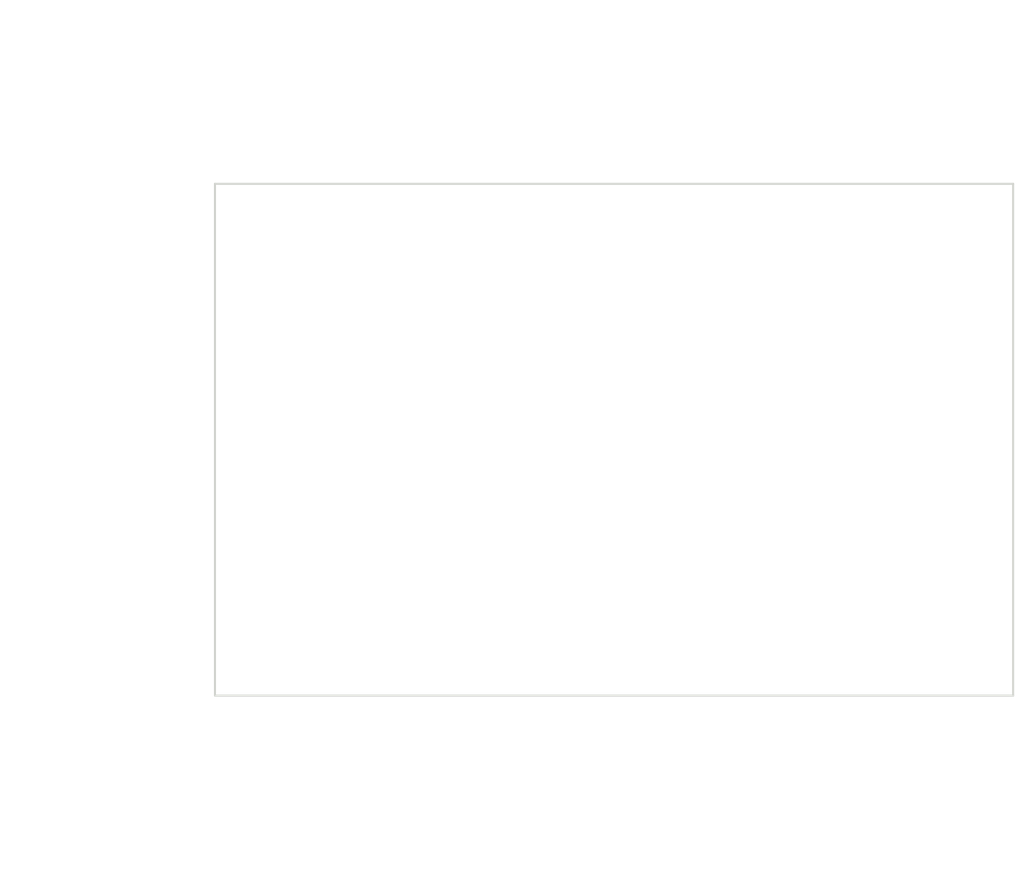
<source format=kicad_pcb>
(kicad_pcb (version 20211014) (generator pcbnew)

  (general
    (thickness 1.6)
  )

  (paper "A4")
  (layers
    (0 "F.Cu" signal)
    (31 "B.Cu" signal)
    (32 "B.Adhes" user "B.Adhesive")
    (33 "F.Adhes" user "F.Adhesive")
    (34 "B.Paste" user)
    (35 "F.Paste" user)
    (36 "B.SilkS" user "B.Silkscreen")
    (37 "F.SilkS" user "F.Silkscreen")
    (38 "B.Mask" user)
    (39 "F.Mask" user)
    (40 "Dwgs.User" user "User.Drawings")
    (41 "Cmts.User" user "User.Comments")
    (42 "Eco1.User" user "User.Eco1")
    (43 "Eco2.User" user "User.Eco2")
    (44 "Edge.Cuts" user)
    (45 "Margin" user)
    (46 "B.CrtYd" user "B.Courtyard")
    (47 "F.CrtYd" user "F.Courtyard")
    (48 "B.Fab" user)
    (49 "F.Fab" user)
    (50 "User.1" user)
    (51 "User.2" user)
    (52 "User.3" user)
    (53 "User.4" user)
    (54 "User.5" user)
    (55 "User.6" user)
    (56 "User.7" user)
    (57 "User.8" user)
    (58 "User.9" user)
  )

  (setup
    (pad_to_mask_clearance 0)
    (pcbplotparams
      (layerselection 0x00010fc_ffffffff)
      (disableapertmacros false)
      (usegerberextensions false)
      (usegerberattributes true)
      (usegerberadvancedattributes true)
      (creategerberjobfile true)
      (svguseinch false)
      (svgprecision 6)
      (excludeedgelayer true)
      (plotframeref false)
      (viasonmask false)
      (mode 1)
      (useauxorigin false)
      (hpglpennumber 1)
      (hpglpenspeed 20)
      (hpglpendiameter 15.000000)
      (dxfpolygonmode true)
      (dxfimperialunits true)
      (dxfusepcbnewfont true)
      (psnegative false)
      (psa4output false)
      (plotreference true)
      (plotvalue true)
      (plotinvisibletext false)
      (sketchpadsonfab false)
      (subtractmaskfromsilk false)
      (outputformat 1)
      (mirror false)
      (drillshape 1)
      (scaleselection 1)
      (outputdirectory "")
    )
  )

  (net 0 "")

  (gr_line (start 0.5 9) (end 39.8 9) (layer "Edge.Cuts") (width 0.1) (tstamp 344fcfc7-dd3f-4d17-95e0-70ba7315163c))
  (gr_line (start 39.8 9) (end 39.8 34.2) (layer "Edge.Cuts") (width 0.1) (tstamp 6bc4abbf-d046-4309-bfca-64fd441ddac3))
  (gr_line (start 0.5 34.2) (end 0.5 9) (layer "Edge.Cuts") (width 0.1) (tstamp 7ce5f575-6bda-4261-b8c2-f314fad343b7))
  (gr_line (start 39.8 34.2) (end 0.5 34.2) (layer "Edge.Cuts") (width 0.1) (tstamp cec8ee18-b05c-4267-a028-2f128e0df18a))
  (gr_line (start 40.3 0) (end 40.3 43.2) (layer "User.1") (width 0.1) (tstamp 14be568d-2e52-4aed-b81b-dddc75cbdd07))
  (gr_line (start 0 43.2) (end 0 0) (layer "User.1") (width 0.1) (tstamp 159574a9-ecec-48bb-adb0-3dc9e65d4e79))
  (gr_line (start 0 0) (end 40.3 0) (layer "User.1") (width 0.1) (tstamp 7a879184-fad8-4feb-afb5-86fe8d34f1f7))
  (gr_line (start 40.3 43.2) (end 0 43.2) (layer "User.1") (width 0.1) (tstamp bc3f6e1f-c81e-4889-865a-0e223a5a22e2))
  (dimension (type aligned) (layer "User.1") (tstamp 1785fcf6-6f2f-4407-8235-be85fc91edba)
    (pts (xy 0.5 34.2) (xy 0.5 9))
    (height -4.5)
    (gr_text "25.2000 mm" (at -5.15 21.6 90) (layer "User.1") (tstamp 1785fcf6-6f2f-4407-8235-be85fc91edba)
      (effects (font (size 1 1) (thickness 0.15)))
    )
    (format (units 3) (units_format 1) (precision 4))
    (style (thickness 0.1) (arrow_length 1.27) (text_position_mode 0) (extension_height 0.58642) (extension_offset 0.5) keep_text_aligned)
  )

)

</source>
